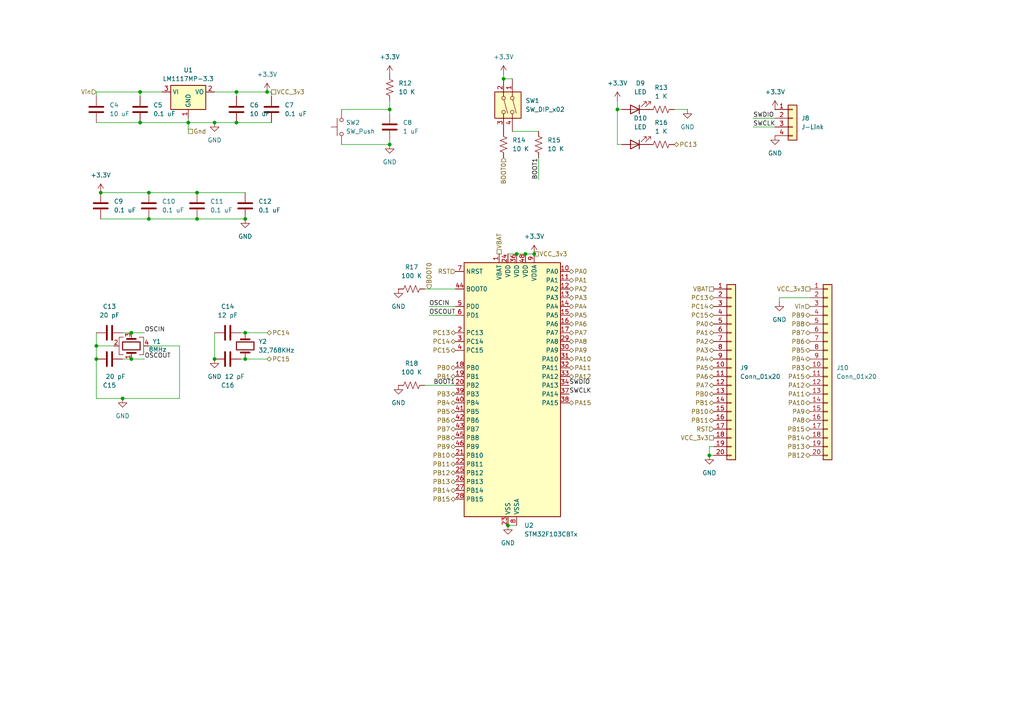
<source format=kicad_sch>
(kicad_sch (version 20231120) (generator "eeschema") (generator_version "8.0")
  (paper "A4")
  (lib_symbols
    (symbol "Connector_Generic:Conn_01x04" (pin_names (offset 1.016) hide)
      (property "Reference" "J" (at 0 5.08 0))
      (property "Value" "Conn_01x04" (at 0 -7.62 0))
      (symbol "Conn_01x04_1_1"
        (rectangle (start -1.27 -4.953) (end 0 -5.207) (stroke (width 0.1524)))
        (rectangle (start -1.27 -2.413) (end 0 -2.667) (stroke (width 0.1524)))
        (rectangle (start -1.27 0.127) (end 0 -0.127) (stroke (width 0.1524)))
        (rectangle (start -1.27 2.667) (end 0 2.413) (stroke (width 0.1524)))
        (rectangle (start -1.27 3.81) (end 1.27 -6.35) (stroke (width 0.254)) (fill (type background)))
        (pin passive line (at -5.08 2.54 0) (length 3.81) (name "Pin_1") (number "1"))
        (pin passive line (at -5.08 0 0) (length 3.81) (name "Pin_2") (number "2"))
        (pin passive line (at -5.08 -2.54 0) (length 3.81) (name "Pin_3") (number "3"))
        (pin passive line (at -5.08 -5.08 0) (length 3.81) (name "Pin_4") (number "4"))
      )
    )
    (symbol "Connector_Generic:Conn_01x20" (pin_names (offset 1.016) hide)
      (property "Reference" "J" (at 0 25.4 0))
      (property "Value" "Conn_01x20" (at 0 -27.94 0))
      (symbol "Conn_01x20_1_1"
        (rectangle (start -1.27 -25.273) (end 0 -25.527) (stroke (width 0.1524)))
        (rectangle (start -1.27 -22.733) (end 0 -22.987) (stroke (width 0.1524)))
        (rectangle (start -1.27 -20.193) (end 0 -20.447) (stroke (width 0.1524)))
        (rectangle (start -1.27 -17.653) (end 0 -17.907) (stroke (width 0.1524)))
        (rectangle (start -1.27 -15.113) (end 0 -15.367) (stroke (width 0.1524)))
        (rectangle (start -1.27 -12.573) (end 0 -12.827) (stroke (width 0.1524)))
        (rectangle (start -1.27 -10.033) (end 0 -10.287) (stroke (width 0.1524)))
        (rectangle (start -1.27 -7.493) (end 0 -7.747) (stroke (width 0.1524)))
        (rectangle (start -1.27 -4.953) (end 0 -5.207) (stroke (width 0.1524)))
        (rectangle (start -1.27 -2.413) (end 0 -2.667) (stroke (width 0.1524)))
        (rectangle (start -1.27 0.127) (end 0 -0.127) (stroke (width 0.1524)))
        (rectangle (start -1.27 2.667) (end 0 2.413) (stroke (width 0.1524)))
        (rectangle (start -1.27 5.207) (end 0 4.953) (stroke (width 0.1524)))
        (rectangle (start -1.27 7.747) (end 0 7.493) (stroke (width 0.1524)))
        (rectangle (start -1.27 10.287) (end 0 10.033) (stroke (width 0.1524)))
        (rectangle (start -1.27 12.827) (end 0 12.573) (stroke (width 0.1524)))
        (rectangle (start -1.27 15.367) (end 0 15.113) (stroke (width 0.1524)))
        (rectangle (start -1.27 17.907) (end 0 17.653) (stroke (width 0.1524)))
        (rectangle (start -1.27 20.447) (end 0 20.193) (stroke (width 0.1524)))
        (rectangle (start -1.27 22.987) (end 0 22.733) (stroke (width 0.1524)))
        (rectangle (start -1.27 24.13) (end 1.27 -26.67) (stroke (width 0.254)) (fill (type background)))
        (pin passive line (at -5.08 22.86 0) (length 3.81) (name "Pin_1") (number "1"))
        (pin passive line (at -5.08 0 0) (length 3.81) (name "Pin_10") (number "10"))
        (pin passive line (at -5.08 -2.54 0) (length 3.81) (name "Pin_11") (number "11"))
        (pin passive line (at -5.08 -5.08 0) (length 3.81) (name "Pin_12") (number "12"))
        (pin passive line (at -5.08 -7.62 0) (length 3.81) (name "Pin_13") (number "13"))
        (pin passive line (at -5.08 -10.16 0) (length 3.81) (name "Pin_14") (number "14"))
        (pin passive line (at -5.08 -12.7 0) (length 3.81) (name "Pin_15") (number "15"))
        (pin passive line (at -5.08 -15.24 0) (length 3.81) (name "Pin_16") (number "16"))
        (pin passive line (at -5.08 -17.78 0) (length 3.81) (name "Pin_17") (number "17"))
        (pin passive line (at -5.08 -20.32 0) (length 3.81) (name "Pin_18") (number "18"))
        (pin passive line (at -5.08 -22.86 0) (length 3.81) (name "Pin_19") (number "19"))
        (pin passive line (at -5.08 20.32 0) (length 3.81) (name "Pin_2") (number "2"))
        (pin passive line (at -5.08 -25.4 0) (length 3.81) (name "Pin_20") (number "20"))
        (pin passive line (at -5.08 17.78 0) (length 3.81) (name "Pin_3") (number "3"))
        (pin passive line (at -5.08 15.24 0) (length 3.81) (name "Pin_4") (number "4"))
        (pin passive line (at -5.08 12.7 0) (length 3.81) (name "Pin_5") (number "5"))
        (pin passive line (at -5.08 10.16 0) (length 3.81) (name "Pin_6") (number "6"))
        (pin passive line (at -5.08 7.62 0) (length 3.81) (name "Pin_7") (number "7"))
        (pin passive line (at -5.08 5.08 0) (length 3.81) (name "Pin_8") (number "8"))
        (pin passive line (at -5.08 2.54 0) (length 3.81) (name "Pin_9") (number "9"))
      )
    )
    (symbol "Device:C" (pin_numbers hide) (pin_names (offset 0.254))
      (property "Reference" "C" (at 0.635 2.54 0))
      (property "Value" "C" (at 0.635 -2.54 0))
      (symbol "C_0_1"
        (polyline (pts (xy -2.032 -0.762) (xy 2.032 -0.762)) (stroke (width 0.508)))
        (polyline (pts (xy -2.032 0.762) (xy 2.032 0.762)) (stroke (width 0.508)))
      )
      (symbol "C_1_1"
        (pin passive line (at 0 3.81 270) (length 2.794) (name "~") (number "1"))
        (pin passive line (at 0 -3.81 90) (length 2.794) (name "~") (number "2"))
      )
    )
    (symbol "Device:Crystal" (pin_numbers hide) (pin_names (offset 1.016) hide)
      (property "Reference" "Y" (at 0 3.81 0))
      (property "Value" "Crystal" (at 0 -3.81 0))
      (symbol "Crystal_0_1"
        (rectangle (start -1.143 2.54) (end 1.143 -2.54) (stroke (width 0.3048)))
        (polyline (pts (xy -2.54 0) (xy -1.905 0)))
        (polyline (pts (xy -1.905 -1.27) (xy -1.905 1.27)) (stroke (width 0.508)))
        (polyline (pts (xy 1.905 -1.27) (xy 1.905 1.27)) (stroke (width 0.508)))
        (polyline (pts (xy 2.54 0) (xy 1.905 0)))
      )
      (symbol "Crystal_1_1"
        (pin passive line (at -3.81 0 0) (length 1.27) (name "1") (number "1"))
        (pin passive line (at 3.81 0 180) (length 1.27) (name "2") (number "2"))
      )
    )
    (symbol "Device:Crystal_GND24" (pin_names (offset 1.016) hide)
      (property "Reference" "Y" (at 3.175 5.08 0))
      (property "Value" "Crystal_GND24" (at 3.175 3.175 0))
      (symbol "Crystal_GND24_0_1"
        (rectangle (start -1.143 2.54) (end 1.143 -2.54) (stroke (width 0.3048)))
        (polyline (pts (xy -2.54 0) (xy -2.032 0)))
        (polyline (pts (xy -2.032 -1.27) (xy -2.032 1.27)) (stroke (width 0.508)))
        (polyline (pts (xy 0 -3.81) (xy 0 -3.556)))
        (polyline (pts (xy 0 3.556) (xy 0 3.81)))
        (polyline (pts (xy 2.032 -1.27) (xy 2.032 1.27)) (stroke (width 0.508)))
        (polyline (pts (xy 2.032 0) (xy 2.54 0)))
        (polyline (pts (xy -2.54 -2.286) (xy -2.54 -3.556) (xy 2.54 -3.556) (xy 2.54 -2.286)))
        (polyline (pts (xy -2.54 2.286) (xy -2.54 3.556) (xy 2.54 3.556) (xy 2.54 2.286)))
      )
      (symbol "Crystal_GND24_1_1"
        (pin passive line (at -3.81 0 0) (length 1.27) (name "1") (number "1"))
        (pin passive line (at 0 5.08 270) (length 1.27) (name "2") (number "2"))
        (pin passive line (at 3.81 0 180) (length 1.27) (name "3") (number "3"))
        (pin passive line (at 0 -5.08 90) (length 1.27) (name "4") (number "4"))
      )
    )
    (symbol "Device:LED" (pin_numbers hide) (pin_names (offset 1.016) hide)
      (property "Reference" "D" (at 0 2.54 0))
      (property "Value" "LED" (at 0 -2.54 0))
      (symbol "LED_0_1"
        (polyline (pts (xy -1.27 -1.27) (xy -1.27 1.27)) (stroke (width 0.254)))
        (polyline (pts (xy -1.27 0) (xy 1.27 0)))
        (polyline (pts (xy 1.27 -1.27) (xy 1.27 1.27) (xy -1.27 0) (xy 1.27 -1.27)) (stroke (width 0.254)))
        (polyline (pts (xy -3.048 -0.762) (xy -4.572 -2.286) (xy -3.81 -2.286) (xy -4.572 -2.286) (xy -4.572 -1.524)))
        (polyline (pts (xy -1.778 -0.762) (xy -3.302 -2.286) (xy -2.54 -2.286) (xy -3.302 -2.286) (xy -3.302 -1.524)))
      )
      (symbol "LED_1_1"
        (pin passive line (at -3.81 0 0) (length 2.54) (name "K") (number "1"))
        (pin passive line (at 3.81 0 180) (length 2.54) (name "A") (number "2"))
      )
    )
    (symbol "Device:R_US" (pin_numbers hide) (pin_names (offset 0))
      (property "Reference" "R" (at 2.54 0 90))
      (property "Value" "R_US" (at -2.54 0 90))
      (symbol "R_US_0_1"
        (polyline (pts (xy 0 -2.286) (xy 0 -2.54)))
        (polyline (pts (xy 0 2.286) (xy 0 2.54)))
        (polyline (pts (xy 0 -0.762) (xy 1.016 -1.143) (xy 0 -1.524) (xy -1.016 -1.905) (xy 0 -2.286)))
        (polyline (pts (xy 0 0.762) (xy 1.016 0.381) (xy 0 0) (xy -1.016 -0.381) (xy 0 -0.762)))
        (polyline (pts (xy 0 2.286) (xy 1.016 1.905) (xy 0 1.524) (xy -1.016 1.143) (xy 0 0.762)))
      )
      (symbol "R_US_1_1"
        (pin passive line (at 0 3.81 270) (length 1.27) (name "~") (number "1"))
        (pin passive line (at 0 -3.81 90) (length 1.27) (name "~") (number "2"))
      )
    )
    (symbol "MCU_ST_STM32F1:STM32F103CBTx"
      (property "Reference" "U" (at -12.7 39.37 0))
      (property "Value" "STM32F103CBTx" (at 10.16 39.37 0))
      (symbol "STM32F103CBTx_0_1"
        (rectangle (start -12.7 -35.56) (end 15.24 38.1) (stroke (width 0.254)) (fill (type background)))
      )
      (symbol "STM32F103CBTx_1_1"
        (pin power_in line (at -2.54 40.64 270) (length 2.54) (name "VBAT") (number "1"))
        (pin bidirectional line (at 17.78 35.56 180) (length 2.54) (name "PA0") (number "10"))
        (pin bidirectional line (at 17.78 33.02 180) (length 2.54) (name "PA1") (number "11"))
        (pin bidirectional line (at 17.78 30.48 180) (length 2.54) (name "PA2") (number "12"))
        (pin bidirectional line (at 17.78 27.94 180) (length 2.54) (name "PA3") (number "13"))
        (pin bidirectional line (at 17.78 25.4 180) (length 2.54) (name "PA4") (number "14"))
        (pin bidirectional line (at 17.78 22.86 180) (length 2.54) (name "PA5") (number "15"))
        (pin bidirectional line (at 17.78 20.32 180) (length 2.54) (name "PA6") (number "16"))
        (pin bidirectional line (at 17.78 17.78 180) (length 2.54) (name "PA7") (number "17"))
        (pin bidirectional line (at -15.24 7.62 0) (length 2.54) (name "PB0") (number "18"))
        (pin bidirectional line (at -15.24 5.08 0) (length 2.54) (name "PB1") (number "19"))
        (pin bidirectional line (at -15.24 17.78 0) (length 2.54) (name "PC13") (number "2"))
        (pin bidirectional line (at -15.24 2.54 0) (length 2.54) (name "PB2") (number "20"))
        (pin bidirectional line (at -15.24 -17.78 0) (length 2.54) (name "PB10") (number "21"))
        (pin bidirectional line (at -15.24 -20.32 0) (length 2.54) (name "PB11") (number "22"))
        (pin power_in line (at 0 -38.1 90) (length 2.54) (name "VSS") (number "23"))
        (pin power_in line (at 0 40.64 270) (length 2.54) (name "VDD") (number "24"))
        (pin bidirectional line (at -15.24 -22.86 0) (length 2.54) (name "PB12") (number "25"))
        (pin bidirectional line (at -15.24 -25.4 0) (length 2.54) (name "PB13") (number "26"))
        (pin bidirectional line (at -15.24 -27.94 0) (length 2.54) (name "PB14") (number "27"))
        (pin bidirectional line (at -15.24 -30.48 0) (length 2.54) (name "PB15") (number "28"))
        (pin bidirectional line (at 17.78 15.24 180) (length 2.54) (name "PA8") (number "29"))
        (pin bidirectional line (at -15.24 15.24 0) (length 2.54) (name "PC14") (number "3"))
        (pin bidirectional line (at 17.78 12.7 180) (length 2.54) (name "PA9") (number "30"))
        (pin bidirectional line (at 17.78 10.16 180) (length 2.54) (name "PA10") (number "31"))
        (pin bidirectional line (at 17.78 7.62 180) (length 2.54) (name "PA11") (number "32"))
        (pin bidirectional line (at 17.78 5.08 180) (length 2.54) (name "PA12") (number "33"))
        (pin bidirectional line (at 17.78 2.54 180) (length 2.54) (name "PA13") (number "34"))
        (pin passive line (at 0 -38.1 90) (length 2.54) hide (name "VSS") (number "35"))
        (pin power_in line (at 2.54 40.64 270) (length 2.54) (name "VDD") (number "36"))
        (pin bidirectional line (at 17.78 0 180) (length 2.54) (name "PA14") (number "37"))
        (pin bidirectional line (at 17.78 -2.54 180) (length 2.54) (name "PA15") (number "38"))
        (pin bidirectional line (at -15.24 0 0) (length 2.54) (name "PB3") (number "39"))
        (pin bidirectional line (at -15.24 12.7 0) (length 2.54) (name "PC15") (number "4"))
        (pin bidirectional line (at -15.24 -2.54 0) (length 2.54) (name "PB4") (number "40"))
        (pin bidirectional line (at -15.24 -5.08 0) (length 2.54) (name "PB5") (number "41"))
        (pin bidirectional line (at -15.24 -7.62 0) (length 2.54) (name "PB6") (number "42"))
        (pin bidirectional line (at -15.24 -10.16 0) (length 2.54) (name "PB7") (number "43"))
        (pin input line (at -15.24 30.48 0) (length 2.54) (name "BOOT0") (number "44"))
        (pin bidirectional line (at -15.24 -12.7 0) (length 2.54) (name "PB8") (number "45"))
        (pin bidirectional line (at -15.24 -15.24 0) (length 2.54) (name "PB9") (number "46"))
        (pin passive line (at 0 -38.1 90) (length 2.54) hide (name "VSS") (number "47"))
        (pin power_in line (at 5.08 40.64 270) (length 2.54) (name "VDD") (number "48"))
        (pin bidirectional line (at -15.24 25.4 0) (length 2.54) (name "PD0") (number "5"))
        (pin bidirectional line (at -15.24 22.86 0) (length 2.54) (name "PD1") (number "6"))
        (pin input line (at -15.24 35.56 0) (length 2.54) (name "NRST") (number "7"))
        (pin power_in line (at 2.54 -38.1 90) (length 2.54) (name "VSSA") (number "8"))
        (pin power_in line (at 7.62 40.64 270) (length 2.54) (name "VDDA") (number "9"))
      )
    )
    (symbol "Regulator_Linear:LM1117MP-3.3"
      (property "Reference" "U" (at -3.81 3.175 0))
      (property "Value" "LM1117MP-3.3" (at 0 3.175 0))
      (symbol "LM1117MP-3.3_0_1"
        (rectangle (start -5.08 -5.08) (end 5.08 1.905) (stroke (width 0.254)) (fill (type background)))
      )
      (symbol "LM1117MP-3.3_1_1"
        (pin power_in line (at 0 -7.62 90) (length 2.54) (name "GND") (number "1"))
        (pin power_out line (at 7.62 0 180) (length 2.54) (name "VO") (number "2"))
        (pin power_in line (at -7.62 0 0) (length 2.54) (name "VI") (number "3"))
      )
    )
    (symbol "Switch:SW_DIP_x02" (pin_names (offset 0) hide)
      (property "Reference" "SW" (at 0 6.35 0))
      (property "Value" "SW_DIP_x02" (at 0 -3.81 0))
      (symbol "SW_DIP_x02_0_0"
        (circle (center -2.032 0) (radius 0.508))
        (circle (center -2.032 2.54) (radius 0.508))
        (polyline (pts (xy -1.524 0.127) (xy 2.3622 1.1684)))
        (polyline (pts (xy -1.524 2.667) (xy 2.3622 3.7084)))
        (circle (center 2.032 0) (radius 0.508))
        (circle (center 2.032 2.54) (radius 0.508))
      )
      (symbol "SW_DIP_x02_0_1"
        (rectangle (start -3.81 5.08) (end 3.81 -2.54) (stroke (width 0.254)) (fill (type background)))
      )
      (symbol "SW_DIP_x02_1_1"
        (pin passive line (at -7.62 2.54 0) (length 5.08) (name "~") (number "1"))
        (pin passive line (at -7.62 0 0) (length 5.08) (name "~") (number "2"))
        (pin passive line (at 7.62 0 180) (length 5.08) (name "~") (number "3"))
        (pin passive line (at 7.62 2.54 180) (length 5.08) (name "~") (number "4"))
      )
    )
    (symbol "Switch:SW_Push" (pin_numbers hide) (pin_names (offset 1.016) hide)
      (property "Reference" "SW" (at 1.27 2.54 0))
      (property "Value" "SW_Push" (at 0 -1.524 0))
      (symbol "SW_Push_0_1"
        (circle (center -2.032 0) (radius 0.508))
        (polyline (pts (xy 0 1.27) (xy 0 3.048)))
        (polyline (pts (xy 2.54 1.27) (xy -2.54 1.27)))
        (circle (center 2.032 0) (radius 0.508))
        (pin passive line (at -5.08 0 0) (length 2.54) (name "1") (number "1"))
        (pin passive line (at 5.08 0 180) (length 2.54) (name "2") (number "2"))
      )
    )
    (symbol "power:+3.3V" (power) (pin_numbers hide) (pin_names (offset 0) hide)
      (property "Value" "+3.3V" (at 0 3.556 0))
      (symbol "+3.3V_0_1"
        (polyline (pts (xy -0.762 1.27) (xy 0 2.54)))
        (polyline (pts (xy 0 0) (xy 0 2.54)))
        (polyline (pts (xy 0 2.54) (xy 0.762 1.27)))
      )
      (symbol "+3.3V_1_1"
        (pin power_in line (at 0 0 90) (length 0) (name "~") (number "1"))
      )
    )
    (symbol "power:GND" (power) (pin_numbers hide) (pin_names (offset 0) hide)
      (property "Value" "GND" (at 0 -3.81 0))
      (symbol "GND_0_1"
        (polyline (pts (xy 0 0) (xy 0 -1.27) (xy 1.27 -1.27) (xy 0 -2.54) (xy -1.27 -1.27) (xy 0 -1.27)))
      )
      (symbol "GND_1_1"
        (pin power_in line (at 0 0 270) (length 0) (name "~") (number "1"))
      )
    )
  )
  (junction (at 149.86 73.66))
  (junction (at 77.47 26.67))
  (junction (at 57.15 63.5))
  (junction (at 54.61 35.56))
  (junction (at 43.18 55.88))
  (junction (at 113.03 41.91))
  (junction (at 62.23 35.56))
  (junction (at 68.58 26.67))
  (junction (at 57.15 55.88))
  (junction (at 113.03 31.75))
  (junction (at 71.12 104.14))
  (junction (at 43.18 63.5))
  (junction (at 205.74 132.08))
  (junction (at 147.32 152.4))
  (junction (at 71.12 96.52))
  (junction (at 27.94 100.33))
  (junction (at 68.58 35.56))
  (junction (at 38.1 104.14))
  (junction (at 35.56 115.57))
  (junction (at 152.4 73.66))
  (junction (at 62.23 104.14))
  (junction (at 40.64 35.56))
  (junction (at 179.07 31.75))
  (junction (at 29.21 55.88))
  (junction (at 27.94 104.14))
  (junction (at 71.12 63.5))
  (junction (at 146.05 22.86))
  (junction (at 40.64 26.67))
  (junction (at 38.1 96.52))
  (junction (at 154.94 73.66))
  (wire (pts (xy 180.34 41.91) (xy 179.07 41.91)))
  (wire (pts (xy 43.18 63.5) (xy 57.15 63.5)))
  (wire (pts (xy 78.74 26.67) (xy 78.74 27.94)))
  (wire (pts (xy 205.74 132.08) (xy 207.01 132.08)))
  (wire (pts (xy 27.94 27.94) (xy 27.94 26.67)))
  (wire (pts (xy 69.85 96.52) (xy 71.12 96.52)))
  (wire (pts (xy 147.32 73.66) (xy 149.86 73.66)))
  (wire (pts (xy 179.07 29.21) (xy 179.07 31.75)))
  (wire (pts (xy 27.94 100.33) (xy 27.94 104.14)))
  (wire (pts (xy 179.07 31.75) (xy 180.34 31.75)))
  (wire (pts (xy 35.56 96.52) (xy 38.1 96.52)))
  (wire (pts (xy 156.21 45.72) (xy 156.21 52.07)))
  (wire (pts (xy 54.61 35.56) (xy 54.61 38.1)))
  (wire (pts (xy 99.06 31.75) (xy 113.03 31.75)))
  (wire (pts (xy 68.58 26.67) (xy 68.58 27.94)))
  (wire (pts (xy 123.19 83.82) (xy 132.08 83.82)))
  (wire (pts (xy 38.1 104.14) (xy 41.91 104.14)))
  (wire (pts (xy 146.05 21.59) (xy 146.05 22.86)))
  (wire (pts (xy 40.64 35.56) (xy 54.61 35.56)))
  (wire (pts (xy 205.74 129.54) (xy 205.74 132.08)))
  (wire (pts (xy 124.46 91.44) (xy 132.08 91.44)))
  (wire (pts (xy 62.23 26.67) (xy 68.58 26.67)))
  (wire (pts (xy 69.85 104.14) (xy 71.12 104.14)))
  (wire (pts (xy 52.07 115.57) (xy 35.56 115.57)))
  (wire (pts (xy 57.15 63.5) (xy 71.12 63.5)))
  (wire (pts (xy 113.03 31.75) (xy 113.03 33.02)))
  (wire (pts (xy 195.58 31.75) (xy 199.39 31.75)))
  (wire (pts (xy 113.03 41.91) (xy 113.03 40.64)))
  (wire (pts (xy 226.06 86.36) (xy 234.95 86.36)))
  (wire (pts (xy 99.06 41.91) (xy 113.03 41.91)))
  (wire (pts (xy 52.07 100.33) (xy 52.07 115.57)))
  (wire (pts (xy 29.21 55.88) (xy 43.18 55.88)))
  (wire (pts (xy 27.94 96.52) (xy 27.94 100.33)))
  (wire (pts (xy 43.18 100.33) (xy 52.07 100.33)))
  (wire (pts (xy 71.12 96.52) (xy 77.47 96.52)))
  (wire (pts (xy 43.18 55.88) (xy 57.15 55.88)))
  (wire (pts (xy 218.44 36.83) (xy 224.79 36.83)))
  (wire (pts (xy 124.46 88.9) (xy 132.08 88.9)))
  (wire (pts (xy 147.32 152.4) (xy 149.86 152.4)))
  (wire (pts (xy 77.47 26.67) (xy 78.74 26.67)))
  (wire (pts (xy 57.15 55.88) (xy 71.12 55.88)))
  (wire (pts (xy 54.61 34.29) (xy 54.61 35.56)))
  (wire (pts (xy 218.44 34.29) (xy 224.79 34.29)))
  (wire (pts (xy 62.23 96.52) (xy 62.23 104.14)))
  (wire (pts (xy 179.07 41.91) (xy 179.07 31.75)))
  (wire (pts (xy 68.58 35.56) (xy 78.74 35.56)))
  (wire (pts (xy 27.94 26.67) (xy 40.64 26.67)))
  (wire (pts (xy 29.21 63.5) (xy 43.18 63.5)))
  (wire (pts (xy 148.59 38.1) (xy 156.21 38.1)))
  (wire (pts (xy 205.74 129.54) (xy 207.01 129.54)))
  (wire (pts (xy 62.23 35.56) (xy 68.58 35.56)))
  (wire (pts (xy 113.03 29.21) (xy 113.03 31.75)))
  (wire (pts (xy 40.64 26.67) (xy 40.64 27.94)))
  (wire (pts (xy 27.94 35.56) (xy 40.64 35.56)))
  (wire (pts (xy 27.94 100.33) (xy 33.02 100.33)))
  (wire (pts (xy 71.12 104.14) (xy 77.47 104.14)))
  (wire (pts (xy 154.94 73.66) (xy 152.4 73.66)))
  (wire (pts (xy 35.56 104.14) (xy 38.1 104.14)))
  (wire (pts (xy 146.05 22.86) (xy 148.59 22.86)))
  (wire (pts (xy 123.19 111.76) (xy 132.08 111.76)))
  (wire (pts (xy 27.94 115.57) (xy 27.94 104.14)))
  (wire (pts (xy 38.1 96.52) (xy 41.91 96.52)))
  (wire (pts (xy 40.64 26.67) (xy 46.99 26.67)))
  (wire (pts (xy 226.06 87.63) (xy 226.06 86.36)))
  (wire (pts (xy 35.56 115.57) (xy 27.94 115.57)))
  (wire (pts (xy 149.86 73.66) (xy 152.4 73.66)))
  (wire (pts (xy 54.61 35.56) (xy 62.23 35.56)))
  (wire (pts (xy 68.58 26.67) (xy 77.47 26.67)))
  (label "OSCOUT" (at 41.91 104.14 0))
  (label "BOOT1" (at 156.21 52.07 90))
  (label "OSCIN" (at 124.46 88.9 0))
  (label "SWDIO" (at 165.1 111.76 0))
  (label "OSCIN" (at 41.91 96.52 0))
  (label "SWCLK" (at 165.1 114.3 0))
  (label "BOOT1" (at 125.73 111.76 0))
  (label "SWCLK" (at 218.44 36.83 0))
  (label "SWDIO" (at 218.44 34.29 0))
  (label "OSCOUT" (at 124.46 91.44 0))
  (hierarchical_label "PB7" (shape bidirectional) (at 234.95 96.52 180))
  (hierarchical_label "VBAT" (shape passive) (at 144.78 73.66 90))
  (hierarchical_label "PB15" (shape bidirectional) (at 132.08 144.78 180))
  (hierarchical_label "PB12" (shape bidirectional) (at 234.95 132.08 180))
  (hierarchical_label "PB13" (shape bidirectional) (at 234.95 129.54 180))
  (hierarchical_label "PA11" (shape bidirectional) (at 165.1 106.68 0))
  (hierarchical_label "PA6" (shape bidirectional) (at 207.01 109.22 180))
  (hierarchical_label "PC13" (shape bidirectional) (at 132.08 96.52 180))
  (hierarchical_label "PC14" (shape bidirectional) (at 77.47 96.52 0))
  (hierarchical_label "PA3" (shape bidirectional) (at 165.1 86.36 0))
  (hierarchical_label "PA5" (shape bidirectional) (at 165.1 91.44 0))
  (hierarchical_label "PA15" (shape bidirectional) (at 234.95 109.22 180))
  (hierarchical_label "PB11" (shape bidirectional) (at 207.01 121.92 180))
  (hierarchical_label "BOOT0" (shape input) (at 124.46 83.82 90))
  (hierarchical_label "PA10" (shape bidirectional) (at 165.1 104.14 0))
  (hierarchical_label "PB3" (shape bidirectional) (at 234.95 106.68 180))
  (hierarchical_label "PA12" (shape bidirectional) (at 165.1 109.22 0))
  (hierarchical_label "PB3" (shape bidirectional) (at 132.08 114.3 180))
  (hierarchical_label "PC15" (shape bidirectional) (at 77.47 104.14 0))
  (hierarchical_label "PB11" (shape bidirectional) (at 132.08 134.62 180))
  (hierarchical_label "PA0" (shape bidirectional) (at 207.01 93.98 180))
  (hierarchical_label "PA8" (shape bidirectional) (at 234.95 121.92 180))
  (hierarchical_label "Vin" (shape input) (at 27.94 26.67 180))
  (hierarchical_label "BOOT0" (shape input) (at 146.05 45.72 270))
  (hierarchical_label "PB14" (shape bidirectional) (at 234.95 127 180))
  (hierarchical_label "PA15" (shape bidirectional) (at 165.1 116.84 0))
  (hierarchical_label "PC14" (shape bidirectional) (at 207.01 88.9 180))
  (hierarchical_label "VCC_3v3" (shape passive) (at 207.01 127 180))
  (hierarchical_label "PB1" (shape bidirectional) (at 132.08 109.22 180))
  (hierarchical_label "PA4" (shape bidirectional) (at 165.1 88.9 0))
  (hierarchical_label "PC13" (shape bidirectional) (at 195.58 41.91 0))
  (hierarchical_label "PB6" (shape bidirectional) (at 132.08 121.92 180))
  (hierarchical_label "RST" (shape input) (at 207.01 124.46 180))
  (hierarchical_label "RST" (shape input) (at 132.08 78.74 180))
  (hierarchical_label "PB7" (shape bidirectional) (at 132.08 124.46 180))
  (hierarchical_label "PB14" (shape bidirectional) (at 132.08 142.24 180))
  (hierarchical_label "PC13" (shape bidirectional) (at 207.01 86.36 180))
  (hierarchical_label "PB1" (shape bidirectional) (at 207.01 116.84 180))
  (hierarchical_label "VCC_3v3" (shape passive) (at 78.74 26.67 0))
  (hierarchical_label "Vin" (shape input) (at 234.95 88.9 180))
  (hierarchical_label "PB10" (shape bidirectional) (at 207.01 119.38 180))
  (hierarchical_label "PA4" (shape bidirectional) (at 207.01 104.14 180))
  (hierarchical_label "Gnd" (shape passive) (at 54.61 38.1 0))
  (hierarchical_label "PB5" (shape bidirectional) (at 234.95 101.6 180))
  (hierarchical_label "PB0" (shape bidirectional) (at 132.08 106.68 180))
  (hierarchical_label "PB10" (shape bidirectional) (at 132.08 132.08 180))
  (hierarchical_label "PA7" (shape bidirectional) (at 165.1 96.52 0))
  (hierarchical_label "PA3" (shape bidirectional) (at 207.01 101.6 180))
  (hierarchical_label "PA11" (shape bidirectional) (at 234.95 114.3 180))
  (hierarchical_label "PC15" (shape bidirectional) (at 207.01 91.44 180))
  (hierarchical_label "PA0" (shape bidirectional) (at 165.1 78.74 0))
  (hierarchical_label "PB6" (shape bidirectional) (at 234.95 99.06 180))
  (hierarchical_label "PA2" (shape bidirectional) (at 165.1 83.82 0))
  (hierarchical_label "PB15" (shape bidirectional) (at 234.95 124.46 180))
  (hierarchical_label "PA10" (shape bidirectional) (at 234.95 116.84 180))
  (hierarchical_label "PA2" (shape bidirectional) (at 207.01 99.06 180))
  (hierarchical_label "PC14" (shape bidirectional) (at 132.08 99.06 180))
  (hierarchical_label "PB12" (shape bidirectional) (at 132.08 137.16 180))
  (hierarchical_label "PB4" (shape bidirectional) (at 234.95 104.14 180))
  (hierarchical_label "PA9" (shape bidirectional) (at 165.1 101.6 0))
  (hierarchical_label "PB9" (shape bidirectional) (at 132.08 129.54 180))
  (hierarchical_label "PB4" (shape bidirectional) (at 132.08 116.84 180))
  (hierarchical_label "PA8" (shape bidirectional) (at 165.1 99.06 0))
  (hierarchical_label "PA12" (shape bidirectional) (at 234.95 111.76 180))
  (hierarchical_label "PB13" (shape bidirectional) (at 132.08 139.7 180))
  (hierarchical_label "PA1" (shape bidirectional) (at 207.01 96.52 180))
  (hierarchical_label "VCC_3v3" (shape passive) (at 154.94 73.66 0))
  (hierarchical_label "VCC_3v3" (shape passive) (at 234.95 83.82 180))
  (hierarchical_label "PA5" (shape bidirectional) (at 207.01 106.68 180))
  (hierarchical_label "PA7" (shape bidirectional) (at 207.01 111.76 180))
  (hierarchical_label "PA6" (shape bidirectional) (at 165.1 93.98 0))
  (hierarchical_label "PC15" (shape bidirectional) (at 132.08 101.6 180))
  (hierarchical_label "PB8" (shape bidirectional) (at 234.95 93.98 180))
  (hierarchical_label "PB0" (shape bidirectional) (at 207.01 114.3 180))
  (hierarchical_label "PB5" (shape bidirectional) (at 132.08 119.38 180))
  (hierarchical_label "PB9" (shape bidirectional) (at 234.95 91.44 180))
  (hierarchical_label "PA9" (shape bidirectional) (at 234.95 119.38 180))
  (hierarchical_label "VBAT" (shape passive) (at 207.01 83.82 180))
  (hierarchical_label "PB8" (shape bidirectional) (at 132.08 127 180))
  (hierarchical_label "PA1" (shape bidirectional) (at 165.1 81.28 0))
  (symbol (lib_id "Device:C") (at 40.64 31.75 0) (unit 1)
    (property "Reference" "C5" (at 44.45 30.4799 0) (effects (justify left)))
    (property "Value" "0.1 uF" (at 44.45 33.0199 0) (effects (justify left)))
    (property "Footprint" "Capacitor_SMD:C_0603_1608Metric_Pad1.08x0.95mm_HandSolder" (effects (hide yes)))
    (property "Description" "Unpolarized capacitor" (effects (hide yes)))
  )
  (symbol (lib_id "Device:LED") (at 184.15 31.75 180) (unit 1)
    (property "Reference" "D9" (at 185.7375 24.13 0))
    (property "Value" "LED" (at 185.7375 26.67 0))
    (property "Footprint" "LED_SMD:LED_0603_1608Metric_Pad1.05x0.95mm_HandSolder" (effects (hide yes)))
    (property "Description" "Light emitting diode" (effects (hide yes)))
  )
  (symbol (lib_id "Device:R_US") (at 119.38 83.82 90) (unit 1)
    (property "Reference" "R17" (at 119.38 77.47 90))
    (property "Value" "100 K" (at 119.38 80.01 90))
    (property "Footprint" "Resistor_SMD:R_0603_1608Metric" (effects (hide yes)))
    (property "Description" "Resistor, US symbol" (effects (hide yes)))
  )
  (symbol (lib_id "Device:Crystal") (at 71.12 100.33 90) (unit 1)
    (property "Reference" "Y2" (at 74.93 99.0599 90) (effects (justify right)))
    (property "Value" "32,768KHz" (at 74.93 101.5999 90) (effects (justify right)))
    (property "Footprint" "Crystal:Crystal_SMD_3215-2Pin_3.2x1.5mm" (effects (hide yes)))
    (property "Description" "Two pin crystal" (effects (hide yes)))
  )
  (symbol (lib_id "Device:C") (at 71.12 59.69 0) (unit 1)
    (property "Reference" "C12" (at 74.93 58.4199 0) (effects (justify left)))
    (property "Value" "0.1 uF" (at 74.93 60.9599 0) (effects (justify left)))
    (property "Footprint" "Capacitor_SMD:C_0603_1608Metric_Pad1.08x0.95mm_HandSolder" (effects (hide yes)))
    (property "Description" "Unpolarized capacitor" (effects (hide yes)))
  )
  (symbol (lib_id "power:+3.3V") (at 179.07 29.21 0) (unit 1)
    (property "Reference" "#PWR030" (effects (hide yes)))
    (property "Value" "+3.3V" (at 179.07 24.13 0))
    (property "Description" "Power symbol creates a global label with name \"+3.3V\"" (effects (hide yes)))
  )
  (symbol (lib_id "power:GND") (at 62.23 104.14 0) (unit 1)
    (property "Reference" "#PWR041" (effects (hide yes)))
    (property "Value" "GND" (at 62.23 109.22 0))
    (property "Description" "Power symbol creates a global label with name \"GND\" , ground" (effects (hide yes)))
  )
  (symbol (lib_id "power:+3.3V") (at 77.47 26.67 0) (unit 1)
    (property "Reference" "#PWR029" (effects (hide yes)))
    (property "Value" "+3.3V" (at 77.47 21.59 0))
    (property "Description" "Power symbol creates a global label with name \"+3.3V\"" (effects (hide yes)))
  )
  (symbol (lib_id "Device:C") (at 78.74 31.75 0) (unit 1)
    (property "Reference" "C7" (at 82.55 30.4799 0) (effects (justify left)))
    (property "Value" "0.1 uF" (at 82.55 33.0199 0) (effects (justify left)))
    (property "Footprint" "Capacitor_SMD:C_0603_1608Metric_Pad1.08x0.95mm_HandSolder" (effects (hide yes)))
    (property "Description" "Unpolarized capacitor" (effects (hide yes)))
  )
  (symbol (lib_id "power:GND") (at 226.06 87.63 0) (unit 1)
    (property "Reference" "#PWR040" (effects (hide yes)))
    (property "Value" "GND" (at 226.06 92.71 0))
    (property "Description" "Power symbol creates a global label with name \"GND\" , ground" (effects (hide yes)))
  )
  (symbol (lib_id "Device:C") (at 27.94 31.75 0) (unit 1)
    (property "Reference" "C4" (at 31.75 30.4799 0) (effects (justify left)))
    (property "Value" "10 uF" (at 31.75 33.0199 0) (effects (justify left)))
    (property "Footprint" "Capacitor_SMD:C_1210_3225Metric_Pad1.33x2.70mm_HandSolder" (effects (hide yes)))
    (property "Description" "Unpolarized capacitor" (effects (hide yes)))
  )
  (symbol (lib_id "Device:C") (at 29.21 59.69 0) (unit 1)
    (property "Reference" "C9" (at 33.02 58.4199 0) (effects (justify left)))
    (property "Value" "0.1 uF" (at 33.02 60.9599 0) (effects (justify left)))
    (property "Footprint" "Capacitor_SMD:C_0603_1608Metric_Pad1.08x0.95mm_HandSolder" (effects (hide yes)))
    (property "Description" "Unpolarized capacitor" (effects (hide yes)))
  )
  (symbol (lib_id "Device:Crystal_GND24") (at 38.1 100.33 90) (unit 1)
    (property "Reference" "Y1" (at 45.466 99.06 90))
    (property "Value" "8MHz" (at 45.72 101.346 90))
    (property "Footprint" "Crystal:Crystal_SMD_3225-4Pin_3.2x2.5mm_HandSoldering" (effects (hide yes)))
    (property "Description" "Four pin crystal, GND on pins 2 and 4" (effects (hide yes)))
  )
  (symbol (lib_id "Device:C") (at 31.75 104.14 270) (unit 1)
    (property "Reference" "C15" (at 31.75 111.76 90))
    (property "Value" "20 pF" (at 33.528 109.22 90))
    (property "Footprint" "Capacitor_SMD:C_0603_1608Metric_Pad1.08x0.95mm_HandSolder" (effects (hide yes)))
    (property "Description" "Unpolarized capacitor" (effects (hide yes)))
  )
  (symbol (lib_id "power:GND") (at 115.57 111.76 0) (unit 1)
    (property "Reference" "#PWR042" (effects (hide yes)))
    (property "Value" "GND" (at 115.57 116.84 0))
    (property "Description" "Power symbol creates a global label with name \"GND\" , ground" (effects (hide yes)))
  )
  (symbol (lib_id "Device:C") (at 43.18 59.69 0) (unit 1)
    (property "Reference" "C10" (at 46.99 58.4199 0) (effects (justify left)))
    (property "Value" "0.1 uF" (at 46.99 60.9599 0) (effects (justify left)))
    (property "Footprint" "Capacitor_SMD:C_0603_1608Metric_Pad1.08x0.95mm_HandSolder" (effects (hide yes)))
    (property "Description" "Unpolarized capacitor" (effects (hide yes)))
  )
  (symbol (lib_id "Switch:SW_Push") (at 99.06 36.83 90) (unit 1)
    (property "Reference" "SW2" (at 100.33 35.5599 90) (effects (justify right)))
    (property "Value" "SW_Push" (at 100.33 38.0999 90) (effects (justify right)))
    (property "Footprint" "Button_Switch_SMD:SW_SPST_TL3342" (effects (hide yes)))
    (property "Description" "Push button switch, generic, two pins" (effects (hide yes)))
  )
  (symbol (lib_id "power:GND") (at 71.12 63.5 0) (unit 1)
    (property "Reference" "#PWR037" (effects (hide yes)))
    (property "Value" "GND" (at 71.12 68.58 0))
    (property "Description" "Power symbol creates a global label with name \"GND\" , ground" (effects (hide yes)))
  )
  (symbol (lib_id "power:GND") (at 35.56 115.57 0) (unit 1)
    (property "Reference" "#PWR043" (effects (hide yes)))
    (property "Value" "GND" (at 35.56 120.65 0))
    (property "Description" "Power symbol creates a global label with name \"GND\" , ground" (effects (hide yes)))
  )
  (symbol (lib_id "power:GND") (at 113.03 41.91 0) (unit 1)
    (property "Reference" "#PWR035" (effects (hide yes)))
    (property "Value" "GND" (at 113.03 46.99 0))
    (property "Description" "Power symbol creates a global label with name \"GND\" , ground" (effects (hide yes)))
  )
  (symbol (lib_id "Device:R_US") (at 113.03 25.4 0) (unit 1)
    (property "Reference" "R12" (at 115.57 24.1299 0) (effects (justify left)))
    (property "Value" "10 K" (at 115.57 26.6699 0) (effects (justify left)))
    (property "Footprint" "Resistor_SMD:R_0603_1608Metric" (effects (hide yes)))
    (property "Description" "Resistor, US symbol" (effects (hide yes)))
  )
  (symbol (lib_id "power:GND") (at 224.79 39.37 0) (unit 1)
    (property "Reference" "#PWR034" (effects (hide yes)))
    (property "Value" "GND" (at 224.79 44.45 0))
    (property "Description" "Power symbol creates a global label with name \"GND\" , ground" (effects (hide yes)))
  )
  (symbol (lib_id "power:GND") (at 199.39 31.75 0) (unit 1)
    (property "Reference" "#PWR031" (effects (hide yes)))
    (property "Value" "GND" (at 199.39 36.83 0))
    (property "Description" "Power symbol creates a global label with name \"GND\" , ground" (effects (hide yes)))
  )
  (symbol (lib_id "power:GND") (at 115.57 83.82 0) (unit 1)
    (property "Reference" "#PWR039" (effects (hide yes)))
    (property "Value" "GND" (at 115.57 88.9 0))
    (property "Description" "Power symbol creates a global label with name \"GND\" , ground" (effects (hide yes)))
  )
  (symbol (lib_id "power:+3.3V") (at 154.94 73.66 0) (unit 1)
    (property "Reference" "#PWR038" (effects (hide yes)))
    (property "Value" "+3.3V" (at 154.94 68.58 0))
    (property "Description" "Power symbol creates a global label with name \"+3.3V\"" (effects (hide yes)))
  )
  (symbol (lib_id "Device:C") (at 66.04 104.14 270) (unit 1)
    (property "Reference" "C16" (at 66.04 111.76 90))
    (property "Value" "12 pF" (at 68.072 109.22 90))
    (property "Footprint" "Capacitor_SMD:C_0603_1608Metric_Pad1.08x0.95mm_HandSolder" (effects (hide yes)))
    (property "Description" "Unpolarized capacitor" (effects (hide yes)))
  )
  (symbol (lib_id "Device:R_US") (at 156.21 41.91 180) (unit 1)
    (property "Reference" "R15" (at 158.75 40.6399 0) (effects (justify right)))
    (property "Value" "10 K" (at 158.75 43.1799 0) (effects (justify right)))
    (property "Footprint" "Resistor_SMD:R_0603_1608Metric" (effects (hide yes)))
    (property "Description" "Resistor, US symbol" (effects (hide yes)))
  )
  (symbol (lib_id "Regulator_Linear:LM1117MP-3.3") (at 54.61 26.67 0) (unit 1)
    (property "Reference" "U1" (at 54.61 20.32 0))
    (property "Value" "LM1117MP-3.3" (at 54.61 22.86 0))
    (property "Footprint" "Package_TO_SOT_SMD:SOT-223-3_TabPin2" (effects (hide yes)))
    (property "Datasheet" "http://www.ti.com/lit/ds/symlink/lm1117.pdf" (effects (hide yes)))
    (property "Description" "800mA Low-Dropout Linear Regulator, 3.3V fixed output, SOT-223" (effects (hide yes)))
  )
  (symbol (lib_id "power:+3.3V") (at 29.21 55.88 0) (unit 1)
    (property "Reference" "#PWR036" (effects (hide yes)))
    (property "Value" "+3.3V" (at 29.21 50.8 0))
    (property "Description" "Power symbol creates a global label with name \"+3.3V\"" (effects (hide yes)))
  )
  (symbol (lib_id "Device:C") (at 113.03 36.83 0) (unit 1)
    (property "Reference" "C8" (at 116.84 35.5599 0) (effects (justify left)))
    (property "Value" "1 uF" (at 116.84 38.0999 0) (effects (justify left)))
    (property "Footprint" "Capacitor_SMD:C_0603_1608Metric_Pad1.08x0.95mm_HandSolder" (effects (hide yes)))
    (property "Description" "Unpolarized capacitor" (effects (hide yes)))
  )
  (symbol (lib_id "Device:C") (at 57.15 59.69 0) (unit 1)
    (property "Reference" "C11" (at 60.96 58.4199 0) (effects (justify left)))
    (property "Value" "0.1 uF" (at 60.96 60.9599 0) (effects (justify left)))
    (property "Footprint" "Capacitor_SMD:C_0603_1608Metric_Pad1.08x0.95mm_HandSolder" (effects (hide yes)))
    (property "Description" "Unpolarized capacitor" (effects (hide yes)))
  )
  (symbol (lib_id "power:GND") (at 147.32 152.4 0) (unit 1)
    (property "Reference" "#PWR045" (effects (hide yes)))
    (property "Value" "GND" (at 147.32 157.48 0))
    (property "Description" "Power symbol creates a global label with name \"GND\" , ground" (effects (hide yes)))
  )
  (symbol (lib_id "Device:R_US") (at 191.77 31.75 270) (unit 1)
    (property "Reference" "R13" (at 191.77 25.4 90))
    (property "Value" "1 K" (at 191.77 27.94 90))
    (property "Footprint" "Resistor_SMD:R_0603_1608Metric" (effects (hide yes)))
    (property "Description" "Resistor, US symbol" (effects (hide yes)))
  )
  (symbol (lib_id "power:+3.3V") (at 113.03 21.59 0) (unit 1)
    (property "Reference" "#PWR027" (effects (hide yes)))
    (property "Value" "+3.3V" (at 113.03 16.51 0))
    (property "Description" "Power symbol creates a global label with name \"+3.3V\"" (effects (hide yes)))
  )
  (symbol (lib_id "Device:LED") (at 184.15 41.91 180) (unit 1)
    (property "Reference" "D10" (at 185.7375 34.29 0))
    (property "Value" "LED" (at 185.7375 36.83 0))
    (property "Footprint" "LED_SMD:LED_0603_1608Metric_Pad1.05x0.95mm_HandSolder" (effects (hide yes)))
    (property "Description" "Light emitting diode" (effects (hide yes)))
  )
  (symbol (lib_id "Connector_Generic:Conn_01x20") (at 212.09 106.68 0) (unit 1)
    (property "Reference" "J9" (at 214.63 106.6799 0) (effects (justify left)))
    (property "Value" "Conn_01x20" (at 214.63 109.2199 0) (effects (justify left)))
    (property "Footprint" "Connector_PinHeader_2.54mm:PinHeader_1x20_P2.54mm_Vertical" (effects (hide yes)))
    (property "Description" "Generic connector, single row, 01x20, script generated (kicad-library-utils/schlib/autogen/connector/)" (effects (hide yes)))
  )
  (symbol (lib_id "power:+3.3V") (at 224.79 31.75 0) (unit 1)
    (property "Reference" "#PWR032" (effects (hide yes)))
    (property "Value" "+3.3V" (at 224.79 26.67 0))
    (property "Description" "Power symbol creates a global label with name \"+3.3V\"" (effects (hide yes)))
  )
  (symbol (lib_id "power:GND") (at 62.23 35.56 0) (unit 1)
    (property "Reference" "#PWR033" (effects (hide yes)))
    (property "Value" "GND" (at 62.23 40.64 0))
    (property "Description" "Power symbol creates a global label with name \"GND\" , ground" (effects (hide yes)))
  )
  (symbol (lib_id "Device:C") (at 68.58 31.75 0) (unit 1)
    (property "Reference" "C6" (at 72.39 30.4799 0) (effects (justify left)))
    (property "Value" "10 uF" (at 72.39 33.0199 0) (effects (justify left)))
    (property "Footprint" "Capacitor_SMD:C_1210_3225Metric_Pad1.33x2.70mm_HandSolder" (effects (hide yes)))
    (property "Description" "Unpolarized capacitor" (effects (hide yes)))
  )
  (symbol (lib_id "Device:R_US") (at 146.05 41.91 180) (unit 1)
    (property "Reference" "R14" (at 148.59 40.6399 0) (effects (justify right)))
    (property "Value" "10 K" (at 148.59 43.1799 0) (effects (justify right)))
    (property "Footprint" "Resistor_SMD:R_0603_1608Metric" (effects (hide yes)))
    (property "Description" "Resistor, US symbol" (effects (hide yes)))
  )
  (symbol (lib_id "Device:C") (at 31.75 96.52 90) (unit 1)
    (property "Reference" "C13" (at 31.75 88.9 90))
    (property "Value" "20 pF" (at 31.75 91.44 90))
    (property "Footprint" "Capacitor_SMD:C_0603_1608Metric_Pad1.08x0.95mm_HandSolder" (effects (hide yes)))
    (property "Description" "Unpolarized capacitor" (effects (hide yes)))
  )
  (symbol (lib_id "power:+3.3V") (at 146.05 21.59 0) (unit 1)
    (property "Reference" "#PWR028" (effects (hide yes)))
    (property "Value" "+3.3V" (at 146.05 16.51 0))
    (property "Description" "Power symbol creates a global label with name \"+3.3V\"" (effects (hide yes)))
  )
  (symbol (lib_id "Connector_Generic:Conn_01x20") (at 240.03 106.68 0) (unit 1)
    (property "Reference" "J10" (at 242.57 106.6799 0) (effects (justify left)))
    (property "Value" "Conn_01x20" (at 242.57 109.2199 0) (effects (justify left)))
    (property "Footprint" "Connector_PinHeader_2.54mm:PinHeader_1x20_P2.54mm_Vertical" (effects (hide yes)))
    (property "Description" "Generic connector, single row, 01x20, script generated (kicad-library-utils/schlib/autogen/connector/)" (effects (hide yes)))
  )
  (symbol (lib_id "MCU_ST_STM32F1:STM32F103CBTx") (at 147.32 114.3 0) (unit 1)
    (property "Reference" "U2" (at 152.0541 152.4 0) (effects (justify left)))
    (property "Value" "STM32F103CBTx" (at 152.0541 154.94 0) (effects (justify left)))
    (property "Footprint" "Package_QFP:LQFP-48_7x7mm_P0.5mm" (effects (hide yes)))
    (property "Datasheet" "https://www.st.com/resource/en/datasheet/stm32f103cb.pdf" (effects (hide yes)))
    (property "Description" "STMicroelectronics Arm Cortex-M3 MCU, 128KB flash, 20KB RAM, 72 MHz, 2.0-3.6V, 37 GPIO, LQFP48" (effects (hide yes)))
  )
  (symbol (lib_id "Device:R_US") (at 191.77 41.91 90) (unit 1)
    (property "Reference" "R16" (at 191.77 35.56 90))
    (property "Value" "1 K" (at 191.77 38.1 90))
    (property "Footprint" "Resistor_SMD:R_0603_1608Metric" (effects (hide yes)))
    (property "Description" "Resistor, US symbol" (effects (hide yes)))
  )
  (symbol (lib_id "power:GND") (at 205.74 132.08 0) (unit 1)
    (property "Reference" "#PWR044" (effects (hide yes)))
    (property "Value" "GND" (at 205.74 137.16 0))
    (property "Description" "Power symbol creates a global label with name \"GND\" , ground" (effects (hide yes)))
  )
  (symbol (lib_id "Device:C") (at 66.04 96.52 90) (unit 1)
    (property "Reference" "C14" (at 66.04 88.9 90))
    (property "Value" "12 pF" (at 66.04 91.44 90))
    (property "Footprint" "Capacitor_SMD:C_0603_1608Metric_Pad1.08x0.95mm_HandSolder" (effects (hide yes)))
    (property "Description" "Unpolarized capacitor" (effects (hide yes)))
  )
  (symbol (lib_id "Device:R_US") (at 119.38 111.76 90) (unit 1)
    (property "Reference" "R18" (at 119.38 105.41 90))
    (property "Value" "100 K" (at 119.38 107.95 90))
    (property "Footprint" "Resistor_SMD:R_0603_1608Metric" (effects (hide yes)))
    (property "Description" "Resistor, US symbol" (effects (hide yes)))
  )
  (symbol (lib_id "Connector_Generic:Conn_01x04") (at 229.87 34.29 0) (unit 1)
    (property "Reference" "J8" (at 232.41 34.2899 0) (effects (justify left)))
    (property "Value" "J-Link" (at 232.41 36.8299 0) (effects (justify left)))
    (property "Footprint" "Connector_PinHeader_2.54mm:PinHeader_1x04_P2.54mm_Horizontal" (effects (hide yes)))
    (property "Description" "Generic connector, single row, 01x04, script generated (kicad-library-utils/schlib/autogen/connector/)" (effects (hide yes)))
  )
  (symbol (lib_id "Switch:SW_DIP_x02") (at 146.05 30.48 270) (unit 1)
    (property "Reference" "SW1" (at 152.4 29.2099 90) (effects (justify left)))
    (property "Value" "SW_DIP_x02" (at 152.4 31.7499 90) (effects (justify left)))
    (property "Footprint" "Button_Switch_SMD:SW_DIP_SPSTx02_Slide_Omron_A6H-2101_W6.15mm_P1.27mm" (effects (hide yes)))
    (property "Description" "2x DIP Switch, Single Pole Single Throw (SPST) switch, small symbol" (effects (hide yes)))
  )
)
</source>
